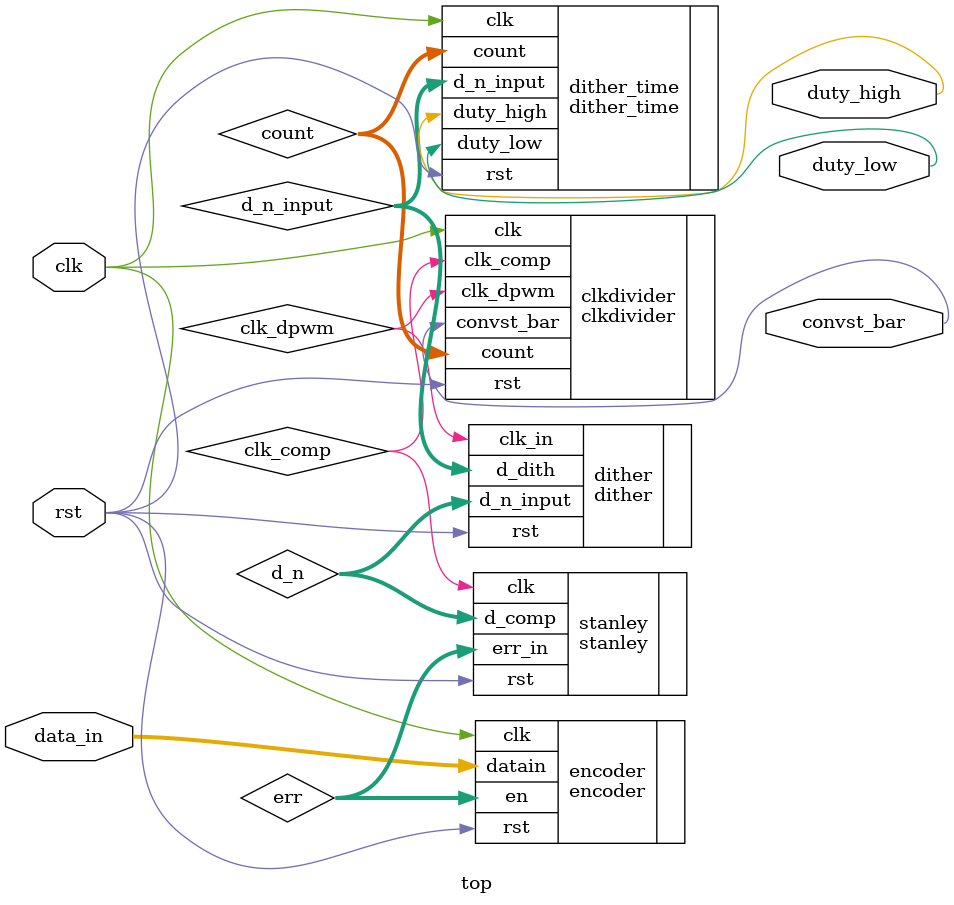
<source format=v>
`timescale 1ns/1ns
module top(clk,rst,data_in,duty_high,duty_low,convst_bar);
    input clk,rst;
    input [7:0]data_in;
    output duty_high;
    output duty_low;
    output wire convst_bar;
    wire [6:0]d_n_input;
    wire [9:0]d_n;
    wire [3:0]err;
    wire [6:0]count;
    wire clk_dpwm,clk_comp;
    //module connection
    encoder encoder(
    .clk(clk),
    .rst(rst),
    .datain(data_in),
    .en(err)
    );
    clkdivider clkdivider(
        .clk(clk),
        .rst(rst),
        .count(count),
        .convst_bar(convst_bar),
        .clk_comp(clk_comp),
        .clk_dpwm(clk_dpwm)
    );
    dither dither(
        .clk_in(clk_dpwm),
        .rst(rst),
        .d_n_input(d_n),
        .d_dith(d_n_input)
    );
    
    dither_time dither_time(
        .clk(clk),
        .rst(rst),
        .d_n_input(d_n_input),
        .duty_high(duty_high),
        .duty_low(duty_low),
        .count(count)
    );
    stanley stanley(
        .clk(clk_comp),
        .rst(rst),
        .err_in(err),
        .d_comp(d_n)
    );
endmodule
</source>
